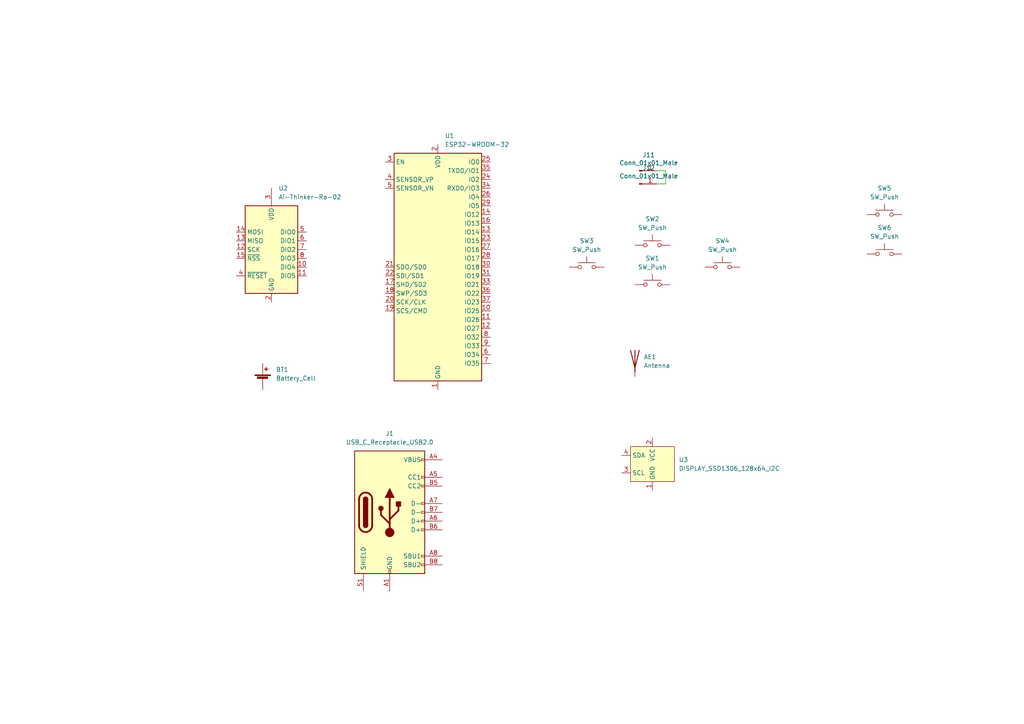
<source format=kicad_sch>
(kicad_sch (version 20211123) (generator eeschema)
  (paper "A4")
  (title_block (title "IoT Badge") (company "Galopago"))
  (lib_symbols
    (symbol "Connector:Conn_01x01_Male" (pin_names (offset 1.016) hide)
      (property "Reference" "J" (at 0 2.54 0))
      (property "Value" "Conn_01x01_Male" (at 0 -2.54 0))
      (symbol "Conn_01x01_Male_1_1"
        (polyline (pts (xy 1.27 0) (xy 0.8636 0)) (stroke (width 0.1524)))
        (rectangle (start 0.8636 0.127) (end 0 -0.127) (stroke (width 0.1524)) (fill (type outline)))
        (pin passive line (at 5.08 0 180) (length 3.81) (name "Pin_1") (number "1"))
      )
    )
    (symbol "Connector:USB_C_Receptacle_USB2.0" (pin_names (offset 1.016))
      (property "Reference" "J" (at -10.16 19.05 0))
      (property "Value" "USB_C_Receptacle_USB2.0" (at 19.05 19.05 0))
      (symbol "USB_C_Receptacle_USB2.0_0_0"
        (rectangle (start -0.254 -17.78) (end 0.254 -16.764))
        (rectangle (start 10.16 -14.986) (end 9.144 -15.494))
        (rectangle (start 10.16 -12.446) (end 9.144 -12.954))
        (rectangle (start 10.16 -4.826) (end 9.144 -5.334))
        (rectangle (start 10.16 -2.286) (end 9.144 -2.794))
        (rectangle (start 10.16 0.254) (end 9.144 -0.254))
        (rectangle (start 10.16 2.794) (end 9.144 2.286))
        (rectangle (start 10.16 7.874) (end 9.144 7.366))
        (rectangle (start 10.16 10.414) (end 9.144 9.906))
        (rectangle (start 10.16 15.494) (end 9.144 14.986))
      )
      (symbol "USB_C_Receptacle_USB2.0_0_1"
        (rectangle (start -10.16 17.78) (end 10.16 -17.78) (stroke (width 0.254)) (fill (type background)))
        (arc (start -8.89 -3.81) (mid -6.985 -5.715) (end -5.08 -3.81) (stroke (width 0.508)))
        (arc (start -7.62 -3.81) (mid -6.985 -4.445) (end -6.35 -3.81) (stroke (width 0.254)))
        (arc (start -7.62 -3.81) (mid -6.985 -4.445) (end -6.35 -3.81) (stroke (width 0.254)) (fill (type outline)))
        (rectangle (start -7.62 -3.81) (end -6.35 3.81) (stroke (width 0.254)) (fill (type outline)))
        (arc (start -6.35 3.81) (mid -6.985 4.445) (end -7.62 3.81) (stroke (width 0.254)))
        (arc (start -6.35 3.81) (mid -6.985 4.445) (end -7.62 3.81) (stroke (width 0.254)) (fill (type outline)))
        (arc (start -5.08 3.81) (mid -6.985 5.715) (end -8.89 3.81) (stroke (width 0.508)))
        (circle (center -2.54 1.143) (radius 0.635) (stroke (width 0.254)) (fill (type outline)))
        (circle (center 0 -5.842) (radius 1.27) (fill (type outline)))
        (polyline (pts (xy -8.89 -3.81) (xy -8.89 3.81)) (stroke (width 0.508)))
        (polyline (pts (xy -5.08 3.81) (xy -5.08 -3.81)) (stroke (width 0.508)))
        (polyline (pts (xy 0 -5.842) (xy 0 4.318)) (stroke (width 0.508)))
        (polyline (pts (xy 0 -3.302) (xy -2.54 -0.762) (xy -2.54 0.508)) (stroke (width 0.508)))
        (polyline (pts (xy 0 -2.032) (xy 2.54 0.508) (xy 2.54 1.778)) (stroke (width 0.508)))
        (polyline (pts (xy -1.27 4.318) (xy 0 6.858) (xy 1.27 4.318) (xy -1.27 4.318)) (stroke (width 0.254)) (fill (type outline)))
        (rectangle (start 1.905 1.778) (end 3.175 3.048) (stroke (width 0.254)) (fill (type outline)))
      )
      (symbol "USB_C_Receptacle_USB2.0_1_1"
        (pin passive line (at 0 -22.86 90) (length 5.08) (name "GND") (number "A1"))
        (pin passive line (at 0 -22.86 90) (length 5.08) hide (name "GND") (number "A12"))
        (pin passive line (at 15.24 15.24 180) (length 5.08) (name "VBUS") (number "A4"))
        (pin bidirectional line (at 15.24 10.16 180) (length 5.08) (name "CC1") (number "A5"))
        (pin bidirectional line (at 15.24 -2.54 180) (length 5.08) (name "D+") (number "A6"))
        (pin bidirectional line (at 15.24 2.54 180) (length 5.08) (name "D-") (number "A7"))
        (pin bidirectional line (at 15.24 -12.7 180) (length 5.08) (name "SBU1") (number "A8"))
        (pin passive line (at 15.24 15.24 180) (length 5.08) hide (name "VBUS") (number "A9"))
        (pin passive line (at 0 -22.86 90) (length 5.08) hide (name "GND") (number "B1"))
        (pin passive line (at 0 -22.86 90) (length 5.08) hide (name "GND") (number "B12"))
        (pin passive line (at 15.24 15.24 180) (length 5.08) hide (name "VBUS") (number "B4"))
        (pin bidirectional line (at 15.24 7.62 180) (length 5.08) (name "CC2") (number "B5"))
        (pin bidirectional line (at 15.24 -5.08 180) (length 5.08) (name "D+") (number "B6"))
        (pin bidirectional line (at 15.24 0 180) (length 5.08) (name "D-") (number "B7"))
        (pin bidirectional line (at 15.24 -15.24 180) (length 5.08) (name "SBU2") (number "B8"))
        (pin passive line (at 15.24 15.24 180) (length 5.08) hide (name "VBUS") (number "B9"))
        (pin passive line (at -7.62 -22.86 90) (length 5.08) (name "SHIELD") (number "S1"))
      )
    )
    (symbol "Device:Antenna" (pin_numbers hide) (pin_names (offset 1.016) hide)
      (property "Reference" "AE" (at -1.905 1.905 0))
      (property "Value" "Antenna" (at -1.905 0 0))
      (symbol "Antenna_0_1"
        (polyline (pts (xy 0 2.54) (xy 0 -3.81)) (stroke (width 0.254)))
        (polyline (pts (xy 1.27 2.54) (xy 0 -2.54) (xy -1.27 2.54)) (stroke (width 0.254)))
      )
      (symbol "Antenna_1_1"
        (pin input line (at 0 -5.08 90) (length 2.54) (name "A") (number "1"))
      )
    )
    (symbol "Device:Battery_Cell" (pin_numbers hide) (pin_names (offset 0) hide)
      (property "Reference" "BT" (at 2.54 2.54 0))
      (property "Value" "Battery_Cell" (at 2.54 0 0))
      (symbol "Battery_Cell_0_1"
        (rectangle (start -2.286 1.778) (end 2.286 1.524) (fill (type outline)))
        (rectangle (start -1.5748 1.1938) (end 1.4732 0.6858) (fill (type outline)))
        (polyline (pts (xy 0 0.762) (xy 0 0)))
        (polyline (pts (xy 0 1.778) (xy 0 2.54)))
        (polyline (pts (xy 0.508 3.429) (xy 1.524 3.429)) (stroke (width 0.254)))
        (polyline (pts (xy 1.016 3.937) (xy 1.016 2.921)) (stroke (width 0.254)))
      )
      (symbol "Battery_Cell_1_1"
        (pin passive line (at 0 5.08 270) (length 2.54) (name "+") (number "1"))
        (pin passive line (at 0 -2.54 90) (length 2.54) (name "-") (number "2"))
      )
    )
    (symbol "Display_PCB:DISPLAY_SSD1306_128x64_I2C"
      (property "Reference" "U" (at 0 0 0))
      (property "Value" "DISPLAY_SSD1306_128x64_I2C" (at 0 0 0))
      (symbol "DISPLAY_SSD1306_128x64_I2C_0_1"
        (rectangle (start -6.35 5.08) (end 6.35 -5.08) (fill (type background)))
      )
      (symbol "DISPLAY_SSD1306_128x64_I2C_1_1"
        (pin input line (at 0 -7.62 90) (length 2.54) (name "GND") (number "1"))
        (pin input line (at 0 7.62 270) (length 2.54) (name "VCC") (number "2"))
        (pin input line (at -8.89 -2.54 0) (length 2.54) (name "SCL") (number "3"))
        (pin input line (at -8.89 2.54 0) (length 2.54) (name "SDA") (number "4"))
      )
    )
    (symbol "RF_Module:Ai-Thinker-Ra-02"
      (property "Reference" "U" (at 2.54 19.05 0))
      (property "Value" "Ai-Thinker-Ra-02" (at 13.97 -15.24 0))
      (symbol "Ai-Thinker-Ra-02_0_1"
        (rectangle (start -7.62 12.7) (end 7.62 -12.7) (stroke (width 0.254)) (fill (type background)))
      )
      (symbol "Ai-Thinker-Ra-02_1_1"
        (pin passive line (at 0 -15.24 90) (length 2.54) hide (name "GND") (number "1"))
        (pin bidirectional line (at 10.16 -5.08 180) (length 2.54) (name "DIO4") (number "10"))
        (pin bidirectional line (at 10.16 -7.62 180) (length 2.54) (name "DIO5") (number "11"))
        (pin input line (at -10.16 0 0) (length 2.54) (name "SCK") (number "12"))
        (pin output line (at -10.16 2.54 0) (length 2.54) (name "MISO") (number "13"))
        (pin input line (at -10.16 5.08 0) (length 2.54) (name "MOSI") (number "14"))
        (pin input line (at -10.16 -2.54 0) (length 2.54) (name "~{NSS}") (number "15"))
        (pin passive line (at 0 -15.24 90) (length 2.54) hide (name "GND") (number "16"))
        (pin power_in line (at 0 -15.24 90) (length 2.54) (name "GND") (number "2"))
        (pin power_in line (at 0 17.78 270) (length 5.08) (name "VDD") (number "3"))
        (pin input line (at -10.16 -7.62 0) (length 2.54) (name "~{RESET}") (number "4"))
        (pin bidirectional line (at 10.16 5.08 180) (length 2.54) (name "DIO0") (number "5"))
        (pin bidirectional line (at 10.16 2.54 180) (length 2.54) (name "DIO1") (number "6"))
        (pin bidirectional line (at 10.16 0 180) (length 2.54) (name "DIO2") (number "7"))
        (pin bidirectional line (at 10.16 -2.54 180) (length 2.54) (name "DIO3") (number "8"))
        (pin passive line (at 0 -15.24 90) (length 2.54) hide (name "GND") (number "9"))
      )
    )
    (symbol "RF_Module:ESP32-WROOM-32"
      (property "Reference" "U" (at -12.7 34.29 0))
      (property "Value" "ESP32-WROOM-32" (at 1.27 34.29 0))
      (symbol "ESP32-WROOM-32_0_1"
        (rectangle (start -12.7 33.02) (end 12.7 -33.02) (stroke (width 0.254)) (fill (type background)))
      )
      (symbol "ESP32-WROOM-32_1_1"
        (pin power_in line (at 0 -35.56 90) (length 2.54) (name "GND") (number "1"))
        (pin bidirectional line (at 15.24 -12.7 180) (length 2.54) (name "IO25") (number "10"))
        (pin bidirectional line (at 15.24 -15.24 180) (length 2.54) (name "IO26") (number "11"))
        (pin bidirectional line (at 15.24 -17.78 180) (length 2.54) (name "IO27") (number "12"))
        (pin bidirectional line (at 15.24 10.16 180) (length 2.54) (name "IO14") (number "13"))
        (pin bidirectional line (at 15.24 15.24 180) (length 2.54) (name "IO12") (number "14"))
        (pin passive line (at 0 -35.56 90) (length 2.54) hide (name "GND") (number "15"))
        (pin bidirectional line (at 15.24 12.7 180) (length 2.54) (name "IO13") (number "16"))
        (pin bidirectional line (at -15.24 -5.08 0) (length 2.54) (name "SHD/SD2") (number "17"))
        (pin bidirectional line (at -15.24 -7.62 0) (length 2.54) (name "SWP/SD3") (number "18"))
        (pin bidirectional line (at -15.24 -12.7 0) (length 2.54) (name "SCS/CMD") (number "19"))
        (pin power_in line (at 0 35.56 270) (length 2.54) (name "VDD") (number "2"))
        (pin bidirectional line (at -15.24 -10.16 0) (length 2.54) (name "SCK/CLK") (number "20"))
        (pin bidirectional line (at -15.24 0 0) (length 2.54) (name "SDO/SD0") (number "21"))
        (pin bidirectional line (at -15.24 -2.54 0) (length 2.54) (name "SDI/SD1") (number "22"))
        (pin bidirectional line (at 15.24 7.62 180) (length 2.54) (name "IO15") (number "23"))
        (pin bidirectional line (at 15.24 25.4 180) (length 2.54) (name "IO2") (number "24"))
        (pin bidirectional line (at 15.24 30.48 180) (length 2.54) (name "IO0") (number "25"))
        (pin bidirectional line (at 15.24 20.32 180) (length 2.54) (name "IO4") (number "26"))
        (pin bidirectional line (at 15.24 5.08 180) (length 2.54) (name "IO16") (number "27"))
        (pin bidirectional line (at 15.24 2.54 180) (length 2.54) (name "IO17") (number "28"))
        (pin bidirectional line (at 15.24 17.78 180) (length 2.54) (name "IO5") (number "29"))
        (pin input line (at -15.24 30.48 0) (length 2.54) (name "EN") (number "3"))
        (pin bidirectional line (at 15.24 0 180) (length 2.54) (name "IO18") (number "30"))
        (pin bidirectional line (at 15.24 -2.54 180) (length 2.54) (name "IO19") (number "31"))
        (pin no_connect line (at -12.7 -27.94 0) (length 2.54) hide (name "NC") (number "32"))
        (pin bidirectional line (at 15.24 -5.08 180) (length 2.54) (name "IO21") (number "33"))
        (pin bidirectional line (at 15.24 22.86 180) (length 2.54) (name "RXD0/IO3") (number "34"))
        (pin bidirectional line (at 15.24 27.94 180) (length 2.54) (name "TXD0/IO1") (number "35"))
        (pin bidirectional line (at 15.24 -7.62 180) (length 2.54) (name "IO22") (number "36"))
        (pin bidirectional line (at 15.24 -10.16 180) (length 2.54) (name "IO23") (number "37"))
        (pin passive line (at 0 -35.56 90) (length 2.54) hide (name "GND") (number "38"))
        (pin passive line (at 0 -35.56 90) (length 2.54) hide (name "GND") (number "39"))
        (pin input line (at -15.24 25.4 0) (length 2.54) (name "SENSOR_VP") (number "4"))
        (pin input line (at -15.24 22.86 0) (length 2.54) (name "SENSOR_VN") (number "5"))
        (pin input line (at 15.24 -25.4 180) (length 2.54) (name "IO34") (number "6"))
        (pin input line (at 15.24 -27.94 180) (length 2.54) (name "IO35") (number "7"))
        (pin bidirectional line (at 15.24 -20.32 180) (length 2.54) (name "IO32") (number "8"))
        (pin bidirectional line (at 15.24 -22.86 180) (length 2.54) (name "IO33") (number "9"))
      )
    )
    (symbol "Switch:SW_Push" (pin_numbers hide) (pin_names (offset 1.016) hide)
      (property "Reference" "SW" (at 1.27 2.54 0))
      (property "Value" "SW_Push" (at 0 -1.524 0))
      (symbol "SW_Push_0_1"
        (circle (center -2.032 0) (radius 0.508))
        (polyline (pts (xy 0 1.27) (xy 0 3.048)))
        (polyline (pts (xy 2.54 1.27) (xy -2.54 1.27)))
        (circle (center 2.032 0) (radius 0.508))
        (pin passive line (at -5.08 0 0) (length 2.54) (name "1") (number "1"))
        (pin passive line (at 5.08 0 180) (length 2.54) (name "2") (number "2"))
      )
    )
  )
  (wire (pts (xy 190.5 49.53) (xy 193.04 49.53)))
  (wire (pts (xy 193.04 49.53) (xy 193.04 53.34)))
  (wire (pts (xy 193.04 53.34) (xy 190.5 53.34)))
  (symbol (lib_id "Connector:Conn_01x01_Male") (at 185.42 49.53 0) (unit 1)
    (property "Reference" "J11" (at 188.1632 44.9326 0))
    (property "Value" "Conn_01x01_Male" (at 188.1632 47.244 0))
    (property "Footprint" "Connector_Wire:SolderWirePad_1x01_Drill0.8mm" (effects hide))
  )
  (symbol (lib_id "Connector:Conn_01x01_Male") (at 185.42 53.34 0) (unit 1)
    (property "Reference" "J12" (at 188.1632 48.7426 0))
    (property "Value" "Conn_01x01_Male" (at 188.1632 51.054 0))
    (property "Footprint" "Connector_Wire:SolderWirePad_1x01_Drill0.8mm" (effects hide))
  )
  (symbol (lib_id "Switch:SW_Push") (at 189.23 82.55 0) (unit 1)
    (property "Reference" "SW1" (at 189.23 74.93 0))
    (property "Value" "SW_Push" (at 189.23 77.47 0))
    (property "Footprint" "Button_Switch_THT:SW_PUSH_6mm" (effects hide))
  )
  (symbol (lib_id "Device:Antenna") (at 184.15 104.14 0) (unit 1)
    (property "Reference" "AE1" (at 186.69 103.5049 0) (effects (justify left)))
    (property "Value" "Antenna" (at 186.69 106.0449 0) (effects (justify left)))
    (property "Footprint" "RF_PCB_Antenna:Micrel_Heli_2" (effects hide))
  )
  (symbol (lib_id "Switch:SW_Push") (at 256.54 62.23 0) (unit 1)
    (property "Reference" "SW5" (at 256.54 54.61 0))
    (property "Value" "SW_Push" (at 256.54 57.15 0))
    (property "Footprint" "Button_Switch_THT:SW_PUSH_6mm" (effects hide))
  )
  (symbol (lib_id "Device:Battery_Cell") (at 76.2 110.49 0) (unit 1)
    (property "Reference" "BT1" (at 80.01 107.1879 0) (effects (justify left)))
    (property "Value" "Battery_Cell" (at 80.01 109.7279 0) (effects (justify left)))
    (property "Footprint" "Battery:BatteryHolder_Keystone_1057_1x2032" (effects hide))
  )
  (symbol (lib_id "RF_Module:Ai-Thinker-Ra-02") (at 78.74 72.39 0) (unit 1)
    (property "Reference" "U2" (at 80.7594 54.61 0) (effects (justify left)))
    (property "Value" "Ai-Thinker-Ra-02" (at 80.7594 57.15 0) (effects (justify left)))
    (property "Footprint" "RF_Module:Ai-Thinker-Ra-01-LoRa" (effects hide))
    (property "Datasheet" "http://wiki.ai-thinker.com/_media/lora/docs/c048ps01a1_ra-02_product_specification_v1.1.pdf" (effects hide))
  )
  (symbol (lib_id "Switch:SW_Push") (at 256.54 73.66 0) (unit 1)
    (property "Reference" "SW6" (at 256.54 66.04 0))
    (property "Value" "SW_Push" (at 256.54 68.58 0))
    (property "Footprint" "Button_Switch_THT:SW_PUSH_6mm" (effects hide))
  )
  (symbol (lib_id "Switch:SW_Push") (at 209.55 77.47 0) (unit 1)
    (property "Reference" "SW4" (at 209.55 69.85 0))
    (property "Value" "SW_Push" (at 209.55 72.39 0))
    (property "Footprint" "Button_Switch_THT:SW_PUSH_6mm" (effects hide))
  )
  (symbol (lib_id "Connector:USB_C_Receptacle_USB2.0") (at 113.03 148.59 0) (unit 1)
    (property "Reference" "J1" (at 113.03 125.73 0))
    (property "Value" "USB_C_Receptacle_USB2.0" (at 113.03 128.27 0))
    (property "Footprint" "Connector_USB:USB_C_Receptacle_HRO_TYPE-C-31-M-12" (effects hide))
    (property "Datasheet" "https://www.usb.org/sites/default/files/documents/usb_type-c.zip" (effects hide))
  )
  (symbol (lib_id "Display_PCB:DISPLAY_SSD1306_128x64_I2C") (at 189.23 134.62 0) (unit 1)
    (property "Reference" "U3" (at 196.85 133.3499 0) (effects (justify left)))
    (property "Value" "DISPLAY_SSD1306_128x64_I2C" (at 196.85 135.8899 0) (effects (justify left)))
    (property "Footprint" "Display_PCB:DISPLAY_SSD1306_128x64_I2C_0.96inch" (effects hide))
  )
  (symbol (lib_id "Switch:SW_Push") (at 170.18 77.47 0) (unit 1)
    (property "Reference" "SW3" (at 170.18 69.85 0))
    (property "Value" "SW_Push" (at 170.18 72.39 0))
    (property "Footprint" "Button_Switch_THT:SW_PUSH_6mm" (effects hide))
  )
  (symbol (lib_id "Switch:SW_Push") (at 189.23 71.12 0) (unit 1)
    (property "Reference" "SW2" (at 189.23 63.5 0))
    (property "Value" "SW_Push" (at 189.23 66.04 0))
    (property "Footprint" "Button_Switch_THT:SW_PUSH_6mm" (effects hide))
  )
  (symbol (lib_id "RF_Module:ESP32-WROOM-32") (at 127 77.47 0) (unit 1)
    (property "Reference" "U1" (at 129.0194 39.37 0) (effects (justify left)))
    (property "Value" "ESP32-WROOM-32" (at 129.0194 41.91 0) (effects (justify left)))
    (property "Footprint" "RF_Module:ESP32-WROOM-32" (effects hide))
    (property "Datasheet" "https://www.espressif.com/sites/default/files/documentation/esp32-wroom-32_datasheet_en.pdf" (effects hide))
  )
)
</source>
